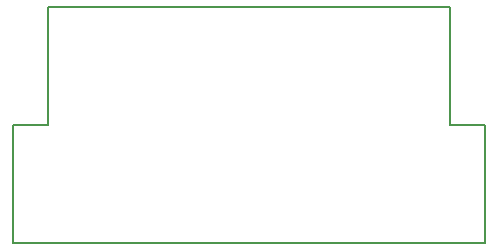
<source format=gbp>
G75*
%MOIN*%
%OFA0B0*%
%FSLAX25Y25*%
%IPPOS*%
%LPD*%
%AMOC8*
5,1,8,0,0,1.08239X$1,22.5*
%
%ADD10C,0.00600*%
D10*
X0001300Y0012452D02*
X0158780Y0012452D01*
X0158780Y0051764D01*
X0146969Y0051764D01*
X0146969Y0091192D01*
X0013111Y0091192D01*
X0013111Y0051764D01*
X0001300Y0051764D01*
X0001300Y0012452D01*
M02*

</source>
